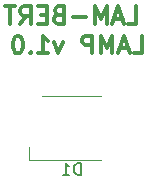
<source format=gbr>
G04 #@! TF.GenerationSoftware,KiCad,Pcbnew,5.0.2-bee76a0~70~ubuntu16.04.1*
G04 #@! TF.CreationDate,2019-11-03T02:02:15+01:00*
G04 #@! TF.ProjectId,lamp,6c616d70-2e6b-4696-9361-645f70636258,rev?*
G04 #@! TF.SameCoordinates,Original*
G04 #@! TF.FileFunction,Legend,Bot*
G04 #@! TF.FilePolarity,Positive*
%FSLAX46Y46*%
G04 Gerber Fmt 4.6, Leading zero omitted, Abs format (unit mm)*
G04 Created by KiCad (PCBNEW 5.0.2-bee76a0~70~ubuntu16.04.1) date Sun 03 Nov 2019 02:02:15 AM CET*
%MOMM*%
%LPD*%
G01*
G04 APERTURE LIST*
%ADD10C,0.300000*%
%ADD11C,0.120000*%
%ADD12C,0.150000*%
G04 APERTURE END LIST*
D10*
X100214285Y-88678571D02*
X100928571Y-88678571D01*
X100928571Y-87178571D01*
X99785714Y-88250000D02*
X99071428Y-88250000D01*
X99928571Y-88678571D02*
X99428571Y-87178571D01*
X98928571Y-88678571D01*
X98428571Y-88678571D02*
X98428571Y-87178571D01*
X97928571Y-88250000D01*
X97428571Y-87178571D01*
X97428571Y-88678571D01*
X96714285Y-88678571D02*
X96714285Y-87178571D01*
X96142857Y-87178571D01*
X96000000Y-87250000D01*
X95928571Y-87321428D01*
X95857142Y-87464285D01*
X95857142Y-87678571D01*
X95928571Y-87821428D01*
X96000000Y-87892857D01*
X96142857Y-87964285D01*
X96714285Y-87964285D01*
X94214285Y-87678571D02*
X93857142Y-88678571D01*
X93500000Y-87678571D01*
X92142857Y-88678571D02*
X93000000Y-88678571D01*
X92571428Y-88678571D02*
X92571428Y-87178571D01*
X92714285Y-87392857D01*
X92857142Y-87535714D01*
X93000000Y-87607142D01*
X91500000Y-88535714D02*
X91428571Y-88607142D01*
X91500000Y-88678571D01*
X91571428Y-88607142D01*
X91500000Y-88535714D01*
X91500000Y-88678571D01*
X90500000Y-87178571D02*
X90357142Y-87178571D01*
X90214285Y-87250000D01*
X90142857Y-87321428D01*
X90071428Y-87464285D01*
X90000000Y-87750000D01*
X90000000Y-88107142D01*
X90071428Y-88392857D01*
X90142857Y-88535714D01*
X90214285Y-88607142D01*
X90357142Y-88678571D01*
X90500000Y-88678571D01*
X90642857Y-88607142D01*
X90714285Y-88535714D01*
X90785714Y-88392857D01*
X90857142Y-88107142D01*
X90857142Y-87750000D01*
X90785714Y-87464285D01*
X90714285Y-87321428D01*
X90642857Y-87250000D01*
X90500000Y-87178571D01*
X99714285Y-86178571D02*
X100428571Y-86178571D01*
X100428571Y-84678571D01*
X99285714Y-85750000D02*
X98571428Y-85750000D01*
X99428571Y-86178571D02*
X98928571Y-84678571D01*
X98428571Y-86178571D01*
X97928571Y-86178571D02*
X97928571Y-84678571D01*
X97428571Y-85750000D01*
X96928571Y-84678571D01*
X96928571Y-86178571D01*
X96214285Y-85607142D02*
X95071428Y-85607142D01*
X93857142Y-85392857D02*
X93642857Y-85464285D01*
X93571428Y-85535714D01*
X93500000Y-85678571D01*
X93500000Y-85892857D01*
X93571428Y-86035714D01*
X93642857Y-86107142D01*
X93785714Y-86178571D01*
X94357142Y-86178571D01*
X94357142Y-84678571D01*
X93857142Y-84678571D01*
X93714285Y-84750000D01*
X93642857Y-84821428D01*
X93571428Y-84964285D01*
X93571428Y-85107142D01*
X93642857Y-85250000D01*
X93714285Y-85321428D01*
X93857142Y-85392857D01*
X94357142Y-85392857D01*
X92857142Y-85392857D02*
X92357142Y-85392857D01*
X92142857Y-86178571D02*
X92857142Y-86178571D01*
X92857142Y-84678571D01*
X92142857Y-84678571D01*
X90642857Y-86178571D02*
X91142857Y-85464285D01*
X91500000Y-86178571D02*
X91500000Y-84678571D01*
X90928571Y-84678571D01*
X90785714Y-84750000D01*
X90714285Y-84821428D01*
X90642857Y-84964285D01*
X90642857Y-85178571D01*
X90714285Y-85321428D01*
X90785714Y-85392857D01*
X90928571Y-85464285D01*
X91500000Y-85464285D01*
X90214285Y-84678571D02*
X89357142Y-84678571D01*
X89785714Y-86178571D02*
X89785714Y-84678571D01*
D11*
G04 #@! TO.C,D1*
X91400000Y-97700000D02*
X97500000Y-97700000D01*
X91400000Y-96600000D02*
X91400000Y-97700000D01*
X97500000Y-92300000D02*
X92500000Y-92300000D01*
D12*
X95738095Y-98952380D02*
X95738095Y-97952380D01*
X95500000Y-97952380D01*
X95357142Y-98000000D01*
X95261904Y-98095238D01*
X95214285Y-98190476D01*
X95166666Y-98380952D01*
X95166666Y-98523809D01*
X95214285Y-98714285D01*
X95261904Y-98809523D01*
X95357142Y-98904761D01*
X95500000Y-98952380D01*
X95738095Y-98952380D01*
X94214285Y-98952380D02*
X94785714Y-98952380D01*
X94500000Y-98952380D02*
X94500000Y-97952380D01*
X94595238Y-98095238D01*
X94690476Y-98190476D01*
X94785714Y-98238095D01*
G04 #@! TD*
M02*

</source>
